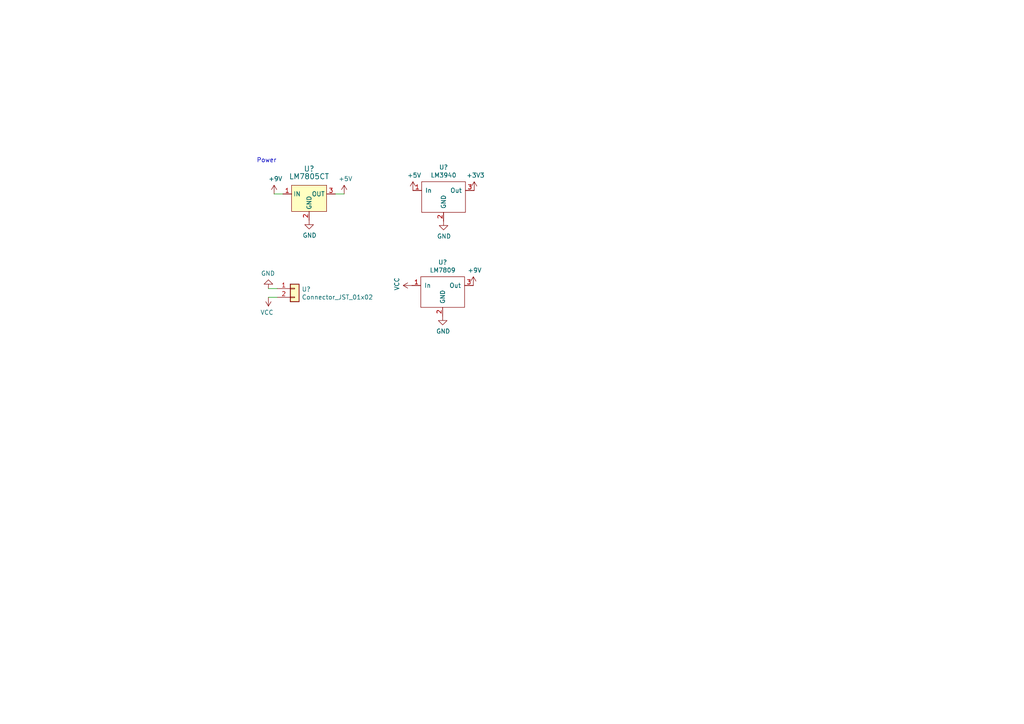
<source format=kicad_sch>
(kicad_sch (version 20211123) (generator eeschema)
  (paper "A4")
  (lib_symbols
    (symbol "BC_Connectors:Connector_JST_01x02" (pin_names (offset 1.016) hide)
      (property "Reference" "J" (at 0 2.54 0))
      (property "Value" "Connector_JST_01x02" (at 0 -5.08 0))
      (symbol "Connector_JST_01x02_1_1"
        (rectangle (start -1.27 -2.413) (end 0 -2.667) (stroke (width 0.1524)))
        (rectangle (start -1.27 0.127) (end 0 -0.127) (stroke (width 0.1524)))
        (rectangle (start -1.27 1.27) (end 1.27 -3.81) (stroke (width 0.254)) (fill (type background)))
        (pin passive line (at -5.08 0 0) (length 3.81) (name "Pin_1") (number "1"))
        (pin passive line (at -5.08 -2.54 0) (length 3.81) (name "Pin_2") (number "2"))
      )
    )
    (symbol "BC_IC_components:LM3940" (pin_names (offset 1.016))
      (property "Reference" "U" (at 0 5.08 0))
      (property "Value" "LM3940" (at 0 2.54 0))
      (symbol "LM3940_0_1"
        (rectangle (start -6.35 0) (end 6.35 -8.89))
      )
      (symbol "LM3940_1_1"
        (pin input line (at -8.89 -2.54 0) (length 2.54) (name "In") (number "1"))
        (pin input line (at 0 -11.43 90) (length 2.54) (name "GND") (number "2"))
        (pin input line (at 8.89 -2.54 180) (length 2.54) (name "Out") (number "3"))
      )
    )
    (symbol "BC_IC_components:LM7809" (pin_names (offset 1.016))
      (property "Reference" "U" (at 0 5.08 0))
      (property "Value" "LM7809" (at 0 2.54 0))
      (symbol "LM7809_0_1"
        (rectangle (start -6.35 0) (end 6.35 -8.89))
      )
      (symbol "LM7809_1_1"
        (pin input line (at -8.89 -2.54 0) (length 2.54) (name "In") (number "1"))
        (pin input line (at 0 -11.43 90) (length 2.54) (name "GND") (number "2"))
        (pin input line (at 8.89 -2.54 180) (length 2.54) (name "Out") (number "3"))
      )
    )
    (symbol "MCU_MotherBoard-rescue:+3.3V-power" (power) (pin_names (offset 0))
      (property "Value" "+3.3V-power" (at 0 3.556 0))
      (symbol "+3.3V-power_0_1"
        (polyline (pts (xy -0.762 1.27) (xy 0 2.54)))
        (polyline (pts (xy 0 0) (xy 0 2.54)))
        (polyline (pts (xy 0 2.54) (xy 0.762 1.27)))
      )
      (symbol "+3.3V-power_1_1"
        (pin power_in line (at 0 0 90) (length 0) hide (name "+3V3") (number "1"))
      )
    )
    (symbol "dk_PMIC-Voltage-Regulators-Linear:LM7805CT_Obsolete"
      (property "Reference" "U" (at 0 3.81 0))
      (property "Value" "LM7805CT_Obsolete" (at 0 6.35 0))
      (symbol "LM7805CT_Obsolete_0_1"
        (rectangle (start -5.08 2.54) (end 5.08 -5.08) (fill (type background)))
      )
      (symbol "LM7805CT_Obsolete_1_1"
        (pin power_in line (at -7.62 0 0) (length 2.54) (name "IN") (number "1"))
        (pin power_in line (at 0 -7.62 90) (length 2.54) (name "GND") (number "2"))
        (pin power_out line (at 7.62 0 180) (length 2.54) (name "OUT") (number "3"))
      )
    )
    (symbol "power:+5V" (power) (pin_names (offset 0))
      (property "Value" "+5V" (at 0 3.556 0))
      (symbol "+5V_0_1"
        (polyline (pts (xy -0.762 1.27) (xy 0 2.54)))
        (polyline (pts (xy 0 0) (xy 0 2.54)))
        (polyline (pts (xy 0 2.54) (xy 0.762 1.27)))
      )
      (symbol "+5V_1_1"
        (pin power_in line (at 0 0 90) (length 0) hide (name "+5V") (number "1"))
      )
    )
    (symbol "power:+9V" (power) (pin_names (offset 0))
      (property "Value" "+9V" (at 0 3.556 0))
      (symbol "+9V_0_1"
        (polyline (pts (xy -0.762 1.27) (xy 0 2.54)))
        (polyline (pts (xy 0 0) (xy 0 2.54)))
        (polyline (pts (xy 0 2.54) (xy 0.762 1.27)))
      )
      (symbol "+9V_1_1"
        (pin power_in line (at 0 0 90) (length 0) hide (name "+9V") (number "1"))
      )
    )
    (symbol "power:GND" (power) (pin_names (offset 0))
      (property "Value" "GND" (at 0 -3.81 0))
      (symbol "GND_0_1"
        (polyline (pts (xy 0 0) (xy 0 -1.27) (xy 1.27 -1.27) (xy 0 -2.54) (xy -1.27 -1.27) (xy 0 -1.27)))
      )
      (symbol "GND_1_1"
        (pin power_in line (at 0 0 270) (length 0) hide (name "GND") (number "1"))
      )
    )
    (symbol "power:VCC" (power) (pin_names (offset 0))
      (property "Value" "VCC" (at 0 3.81 0))
      (symbol "VCC_0_1"
        (polyline (pts (xy -0.762 1.27) (xy 0 2.54)))
        (polyline (pts (xy 0 0) (xy 0 2.54)))
        (polyline (pts (xy 0 2.54) (xy 0.762 1.27)))
      )
      (symbol "VCC_1_1"
        (pin power_in line (at 0 0 90) (length 0) hide (name "VCC") (number "1"))
      )
    )
  )
  (wire (pts (xy 79.502 56.261) (xy 82.042 56.261)))
  (wire (pts (xy 97.282 56.261) (xy 99.822 56.261)))
  (wire (pts (xy 80.391 83.693) (xy 77.851 83.693)))
  (wire (pts (xy 77.851 86.233) (xy 80.391 86.233)))
  (text "Power" (at 74.422 47.371 0) (effects (font (size 1.27 1.27)) (justify left bottom)))
  (symbol (lib_id "BC_IC_components:LM3940") (at 128.651 52.705 0) (unit 1)
    (property "Value" "LM3940" (at 128.651 50.8254 0))
    (property "Footprint" "digikey-footprints:TO-220-3" (effects hide))
  )
  (symbol (lib_id "power:+5V") (at 119.761 55.245 0) (unit 1)
    (property "Value" "+5V" (at 120.142 50.8508 0))
  )
  (symbol (lib_id "power:GND") (at 128.651 64.135 0) (unit 1)
    (property "Value" "GND" (at 128.778 68.5292 0))
  )
  (symbol (lib_id "MCU_MotherBoard-rescue:+3.3V-power") (at 137.541 55.245 0) (unit 1)
    (property "Value" "+3.3V" (at 137.922 50.8508 0))
  )
  (symbol (lib_id "power:+9V") (at 79.502 56.261 0) (unit 1)
    (property "Reference" "#PWR021" (effects hide))
    (property "Value" "+9V" (at 79.883 51.8668 0))
  )
  (symbol (lib_id "BC_IC_components:LM7809") (at 128.397 80.264 0) (unit 1)
    (property "Value" "LM7809" (at 128.397 78.3844 0))
    (property "Footprint" "digikey-footprints:TO-220-3" (effects hide))
  )
  (symbol (lib_id "power:GND") (at 128.397 91.694 0) (unit 1)
    (property "Value" "GND" (at 128.524 96.0882 0))
  )
  (symbol (lib_id "power:+9V") (at 137.287 82.804 0) (unit 1)
    (property "Reference" "#PWR044" (effects hide))
    (property "Value" "+9V" (at 137.668 78.4098 0))
  )
  (symbol (lib_id "power:VCC") (at 119.507 82.804 90) (unit 1)
    (property "Reference" "#PWR030" (effects hide))
    (property "Value" "VCC" (at 115.1128 82.3722 0))
  )
  (symbol (lib_id "dk_PMIC-Voltage-Regulators-Linear:LM7805CT_Obsolete") (at 89.662 56.261 0) (unit 1)
    (property "Value" "LM7805CT" (at 89.662 51.181 0) (effects (font (size 1.524 1.524))))
    (property "Footprint" "digikey-footprints:TO-220-3" (effects hide))
    (property "Datasheet" "https://media.digikey.com/pdf/Data%20Sheets/ON%20Semiconductor%20PDFs/MC7800(A,AE),NCV7800.pdf" (effects hide))
    (property "Digi-Key_PN" "LM7805CT-ND" (effects hide))
    (property "MPN" "LM7805CT" (effects hide))
    (property "Category" "Integrated Circuits (ICs)" (effects hide))
    (property "Family" "PMIC - Voltage Regulators - Linear" (effects hide))
    (property "DK_Datasheet_Link" "https://media.digikey.com/pdf/Data%20Sheets/ON%20Semiconductor%20PDFs/MC7800(A,AE),NCV7800.pdf" (effects hide))
    (property "DK_Detail_Page" "/product-detail/en/on-semiconductor/LM7805CT/LM7805CT-ND/458698" (effects hide))
    (property "Description" "IC REG LINEAR 5V 1A TO220AB" (effects hide))
    (property "Manufacturer" "ON Semiconductor" (effects hide))
    (property "Status" "Obsolete NonStock" (effects hide))
  )
  (symbol (lib_id "power:GND") (at 89.662 63.881 0) (unit 1)
    (property "Value" "GND" (at 89.789 68.2752 0))
  )
  (symbol (lib_id "BC_Connectors:Connector_JST_01x02") (at 85.471 83.693 0) (unit 1)
    (property "Value" "Connector_JST_01x02" (at 87.503 86.2076 0) (effects (justify left)))
    (property "Footprint" "Connectors_JST:JST_XH_S02B-XH-A_02x2.50mm_Angled" (effects hide))
  )
  (symbol (lib_id "power:VCC") (at 77.851 86.233 180) (unit 1)
    (property "Reference" "#PWR023" (effects hide))
    (property "Value" "VCC" (at 77.4192 90.6272 0))
  )
  (symbol (lib_id "power:GND") (at 77.851 83.693 180) (unit 1)
    (property "Reference" "#PWR022" (effects hide))
    (property "Value" "GND" (at 77.724 79.2988 0))
  )
  (symbol (lib_id "power:+5V") (at 99.822 56.261 0) (unit 1)
    (property "Value" "+5V" (at 100.203 51.8668 0))
  )
)
</source>
